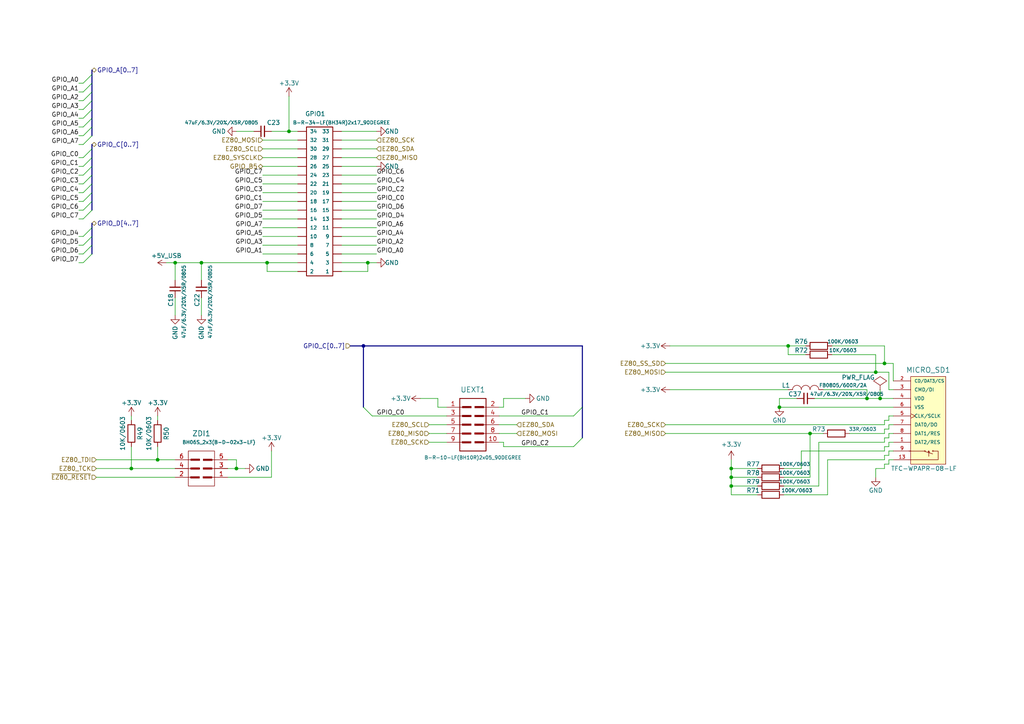
<source format=kicad_sch>
(kicad_sch (version 20250114) (generator "eeschema") (generator_version "9.0")
  (paper "A4")
  (lib_symbols
    (symbol "AgonLight2_Rev_B:+3.3V" (power) (pin_names (offset 0))
      (property "Value" "+3.3V" (at 0 3.556 0))
      (symbol "+3.3V_0_1"
        (polyline (pts (xy -0.762 1.27) (xy 0 2.54)))
        (polyline (pts (xy 0 2.54) (xy 0.762 1.27)))
        (polyline (pts (xy 0 0) (xy 0 2.54)))
      )
      (symbol "+3.3V_1_1"
        (pin power_in line (at 0 0 90) (length 0) (hide yes) (name "+3.3V") (number "1"))
      )
    )
    (symbol "AgonLight2_Rev_B:+5V" (power) (pin_names (offset 0))
      (property "Value" "+5V" (at 0 3.556 0))
      (symbol "+5V_0_1"
        (polyline (pts (xy -0.762 1.27) (xy 0 2.54)))
        (polyline (pts (xy 0 2.54) (xy 0.762 1.27)))
        (polyline (pts (xy 0 0) (xy 0 2.54)))
      )
      (symbol "+5V_1_1"
        (pin power_in line (at 0 0 90) (length 0) (hide yes) (name "+5V") (number "1"))
      )
    )
    (symbol "AgonLight2_Rev_B:BH06S" (pin_names (offset 1.016) (hide yes))
      (property "Reference" "CON" (at 0.0508 6.3754 0))
      (property "Value" "BH06S" (at 0 -6.35 0))
      (symbol "BH06S_0_0"
        (rectangle (start -3.0988 -2.286) (end -0.5334 -2.7432))
        (rectangle (start -3.0734 0.2286) (end -0.508 -0.2286))
        (rectangle (start -3.048 2.794) (end -0.4826 2.3368))
        (polyline (pts (xy -3.0226 -2.4384) (xy -0.5842 -2.4384) (xy -0.5842 -2.667) (xy -2.9972 -2.6924) (xy -3.0226 -2.5146) (xy -0.7112 -2.5146) (xy -0.7112 -2.5908) (xy -2.9972 -2.54)))
        (polyline (pts (xy -2.9718 0.127) (xy -0.5334 0.127) (xy -0.5334 -0.1016) (xy -2.9464 -0.127) (xy -2.9718 0.0508) (xy -0.6604 0.0508) (xy -0.6604 -0.0254) (xy -2.9464 0.0254)))
        (polyline (pts (xy -2.9464 2.6924) (xy -0.508 2.6924) (xy -0.508 2.4638) (xy -2.921 2.4384) (xy -2.9464 2.6162) (xy -0.635 2.6162) (xy -0.635 2.54) (xy -2.921 2.5908)))
        (rectangle (start 0.508 -2.3114) (end 3.0734 -2.7686))
        (rectangle (start 0.5334 0.2286) (end 3.0988 -0.2286))
        (rectangle (start 0.5588 2.794) (end 3.1242 2.3368))
        (polyline (pts (xy 0.5588 -2.4384) (xy 2.9972 -2.4384) (xy 2.9972 -2.667) (xy 0.5842 -2.6924) (xy 0.5588 -2.5146) (xy 2.8702 -2.5146) (xy 2.8702 -2.5908) (xy 0.5842 -2.54)))
        (polyline (pts (xy 0.5842 0.127) (xy 3.0226 0.127) (xy 3.0226 -0.1016) (xy 0.6096 -0.127) (xy 0.5842 0.0508) (xy 2.8956 0.0508) (xy 2.8956 -0.0254) (xy 0.6096 0.0254)))
        (polyline (pts (xy 0.6858 2.6924) (xy 3.1242 2.6924) (xy 3.1242 2.4638) (xy 0.7112 2.4384) (xy 0.6858 2.6162) (xy 2.9972 2.6162) (xy 2.9972 2.54) (xy 0.7112 2.5908)))
      )
      (symbol "BH06S_0_1"
        (rectangle (start -3.81 5.08) (end 3.81 -5.08))
        (polyline (pts (xy -3.81 2.54) (xy -3.048 2.54)))
        (polyline (pts (xy -3.81 0) (xy -3.048 0)))
        (polyline (pts (xy -3.81 -2.54) (xy -3.048 -2.54)))
        (polyline (pts (xy 3.81 2.54) (xy 3.048 2.54)))
        (polyline (pts (xy 3.81 0) (xy 3.048 0)))
        (polyline (pts (xy 3.81 -2.54) (xy 3.048 -2.54)))
      )
      (symbol "BH06S_1_1"
        (pin passive line (at -7.62 2.54 0) (length 3.7084) (name "1") (number "1"))
        (pin passive line (at -7.62 0 0) (length 3.7084) (name "3") (number "3"))
        (pin passive line (at -7.62 -2.54 0) (length 3.7084) (name "5") (number "5"))
        (pin passive line (at 7.62 2.54 180) (length 3.7084) (name "2") (number "2"))
        (pin passive line (at 7.62 0 180) (length 3.7084) (name "4") (number "4"))
        (pin passive line (at 7.62 -2.54 180) (length 3.7084) (name "6") (number "6"))
      )
    )
    (symbol "AgonLight2_Rev_B:BH10S" (pin_names (offset 1.016) (hide yes))
      (property "Reference" "CON" (at 0.0508 8.9154 0))
      (property "Value" "BH10S" (at 0.3048 -9.4234 0))
      (symbol "BH10S_0_0"
        (rectangle (start -3.1242 -2.3368) (end -0.5588 -2.794))
        (rectangle (start -3.1242 -4.8514) (end -0.5588 -5.3086))
        (rectangle (start -3.0988 0.254) (end -0.5334 -0.2032))
        (rectangle (start -3.0734 2.7686) (end -0.508 2.3114))
        (rectangle (start -3.048 5.334) (end -0.4826 4.8768))
        (polyline (pts (xy -3.0226 0.1016) (xy -0.5842 0.1016) (xy -0.5842 -0.127) (xy -2.9972 -0.1524) (xy -3.0226 0.0254) (xy -0.7112 0.0254) (xy -0.7112 -0.0508) (xy -2.9972 0)))
        (polyline (pts (xy -3.0226 -5.0038) (xy -0.5842 -5.0038) (xy -0.5842 -5.2324) (xy -2.9972 -5.2578) (xy -3.0226 -5.08) (xy -0.7112 -5.08) (xy -0.7112 -5.1562) (xy -2.9972 -5.1054)))
        (polyline (pts (xy -2.9972 -2.4638) (xy -0.5588 -2.4638) (xy -0.5588 -2.6924) (xy -2.9718 -2.7178) (xy -2.9972 -2.54) (xy -0.6858 -2.54) (xy -0.6858 -2.6162) (xy -2.9718 -2.5654)))
        (polyline (pts (xy -2.9718 2.667) (xy -0.5334 2.667) (xy -0.5334 2.4384) (xy -2.9464 2.413) (xy -2.9718 2.5908) (xy -0.6604 2.5908) (xy -0.6604 2.5146) (xy -2.9464 2.5654)))
        (polyline (pts (xy -2.9464 5.2324) (xy -0.508 5.2324) (xy -0.508 5.0038) (xy -2.921 4.9784) (xy -2.9464 5.1562) (xy -0.635 5.1562) (xy -0.635 5.08) (xy -2.921 5.1308)))
        (rectangle (start 0.508 0.2286) (end 3.0734 -0.2286))
        (rectangle (start 0.508 -2.3114) (end 3.0734 -2.7686))
        (rectangle (start 0.5334 2.7686) (end 3.0988 2.3114))
        (rectangle (start 0.5588 5.334) (end 3.1242 4.8768))
        (polyline (pts (xy 0.5588 0.1016) (xy 2.9972 0.1016) (xy 2.9972 -0.127) (xy 0.5842 -0.1524) (xy 0.5588 0.0254) (xy 2.8702 0.0254) (xy 2.8702 -0.0508) (xy 0.5842 0)))
        (rectangle (start 0.5588 -4.8514) (end 3.1242 -5.3086))
        (polyline (pts (xy 0.5842 2.667) (xy 3.0226 2.667) (xy 3.0226 2.4384) (xy 0.6096 2.413) (xy 0.5842 2.5908) (xy 2.8956 2.5908) (xy 2.8956 2.5146) (xy 0.6096 2.5654)))
        (polyline (pts (xy 0.5842 -2.4384) (xy 3.0226 -2.4384) (xy 3.0226 -2.667) (xy 0.6096 -2.6924) (xy 0.5842 -2.5146) (xy 2.8956 -2.5146) (xy 2.8956 -2.5908) (xy 0.6096 -2.54)))
        (polyline (pts (xy 0.635 -4.953) (xy 3.0734 -4.953) (xy 3.0734 -5.1816) (xy 0.6604 -5.207) (xy 0.635 -5.0292) (xy 2.9464 -5.0292) (xy 2.9464 -5.1054) (xy 0.6604 -5.0546)))
        (polyline (pts (xy 0.6858 5.2324) (xy 3.1242 5.2324) (xy 3.1242 5.0038) (xy 0.7112 4.9784) (xy 0.6858 5.1562) (xy 2.9972 5.1562) (xy 2.9972 5.08) (xy 0.7112 5.1308)))
      )
      (symbol "BH10S_0_1"
        (rectangle (start -3.81 7.62) (end 3.81 -7.62) (stroke (width 0.254)))
        (polyline (pts (xy -3.81 5.08) (xy -3.048 5.08)))
        (polyline (pts (xy -3.81 2.54) (xy -3.048 2.54)))
        (polyline (pts (xy -3.81 0) (xy -3.048 0)))
        (polyline (pts (xy -3.81 -2.54) (xy -3.048 -2.54)))
        (polyline (pts (xy -3.81 -5.08) (xy -3.048 -5.08)))
        (polyline (pts (xy 3.81 5.08) (xy 3.048 5.08)))
        (polyline (pts (xy 3.81 2.54) (xy 3.048 2.54)))
        (polyline (pts (xy 3.81 0) (xy 3.048 0)))
        (polyline (pts (xy 3.81 -2.54) (xy 3.048 -2.54)))
        (polyline (pts (xy 3.81 -5.08) (xy 3.048 -5.08)))
      )
      (symbol "BH10S_1_1"
        (pin passive line (at -7.62 5.08 0) (length 3.7084) (name "1") (number "1"))
        (pin passive line (at -7.62 2.54 0) (length 3.7084) (name "3") (number "3"))
        (pin passive line (at -7.62 0 0) (length 3.7084) (name "5") (number "5"))
        (pin passive line (at -7.62 -2.54 0) (length 3.7084) (name "7") (number "7"))
        (pin passive line (at -7.62 -5.08 0) (length 3.7084) (name "9") (number "9"))
        (pin passive line (at 7.62 5.08 180) (length 3.7084) (name "2") (number "2"))
        (pin passive line (at 7.62 2.54 180) (length 3.7084) (name "4") (number "4"))
        (pin passive line (at 7.62 0 180) (length 3.7084) (name "6") (number "6"))
        (pin passive line (at 7.62 -2.54 180) (length 3.7084) (name "8") (number "8"))
        (pin passive line (at 7.62 -5.08 180) (length 3.7084) (name "10") (number "10"))
      )
    )
    (symbol "AgonLight2_Rev_B:BH34S" (pin_numbers (hide yes)) (pin_names (offset 1.016))
      (property "Reference" "GPIO" (at -4.445 22.225 0))
      (property "Value" "BH34S" (at -4.445 -23.495 0))
      (symbol "BH34S_1_0"
        (rectangle (start 2.54 -21.59) (end -5.08 21.59) (stroke (width 0.254)))
      )
      (symbol "BH34S_1_1"
        (pin passive line (at -7.62 20.32 0) (length 2.4892) (name "1") (number "1"))
        (pin passive line (at -7.62 17.78 0) (length 2.4892) (name "3") (number "3"))
        (pin passive line (at -7.62 15.24 0) (length 2.4892) (name "5") (number "5"))
        (pin passive line (at -7.62 12.7 0) (length 2.4892) (name "7") (number "7"))
        (pin passive line (at -7.62 10.16 0) (length 2.4892) (name "9") (number "9"))
        (pin passive line (at -7.62 7.62 0) (length 2.4892) (name "11") (number "11"))
        (pin passive line (at -7.62 5.08 0) (length 2.4892) (name "13") (number "13"))
        (pin passive line (at -7.62 2.54 0) (length 2.4892) (name "15") (number "15"))
        (pin passive line (at -7.62 0 0) (length 2.4892) (name "17") (number "17"))
        (pin passive line (at -7.62 -2.54 0) (length 2.4892) (name "19") (number "19"))
        (pin passive line (at -7.62 -5.08 0) (length 2.4892) (name "21") (number "21"))
        (pin passive line (at -7.62 -7.62 0) (length 2.4892) (name "23") (number "23"))
        (pin passive line (at -7.62 -10.16 0) (length 2.4892) (name "25") (number "25"))
        (pin passive line (at -7.62 -12.7 0) (length 2.4892) (name "27") (number "27"))
        (pin passive line (at -7.62 -15.24 0) (length 2.4892) (name "29") (number "29"))
        (pin passive line (at -7.62 -17.78 0) (length 2.4892) (name "31") (number "31"))
        (pin passive line (at -7.62 -20.32 0) (length 2.4892) (name "33") (number "33"))
        (pin passive line (at 5.08 20.32 180) (length 2.4892) (name "2") (number "2"))
        (pin passive line (at 5.08 17.78 180) (length 2.4892) (name "4") (number "4"))
        (pin passive line (at 5.08 15.24 180) (length 2.4892) (name "6") (number "6"))
        (pin passive line (at 5.08 12.7 180) (length 2.4892) (name "8") (number "8"))
        (pin passive line (at 5.08 10.16 180) (length 2.4892) (name "10") (number "10"))
        (pin passive line (at 5.08 7.62 180) (length 2.4892) (name "12") (number "12"))
        (pin passive line (at 5.08 5.08 180) (length 2.4892) (name "14") (number "14"))
        (pin passive line (at 5.08 2.54 180) (length 2.4892) (name "16") (number "16"))
        (pin passive line (at 5.08 0 180) (length 2.4892) (name "18") (number "18"))
        (pin passive line (at 5.08 -2.54 180) (length 2.4892) (name "20") (number "20"))
        (pin passive line (at 5.08 -5.08 180) (length 2.4892) (name "22") (number "22"))
        (pin passive line (at 5.08 -7.62 180) (length 2.4892) (name "24") (number "24"))
        (pin passive line (at 5.08 -10.16 180) (length 2.4892) (name "26") (number "26"))
        (pin passive line (at 5.08 -12.7 180) (length 2.4892) (name "28") (number "28"))
        (pin passive line (at 5.08 -15.24 180) (length 2.4892) (name "30") (number "30"))
        (pin passive line (at 5.08 -17.78 180) (length 2.4892) (name "32") (number "32"))
        (pin passive line (at 5.08 -20.32 180) (length 2.4892) (name "34") (number "34"))
      )
    )
    (symbol "AgonLight2_Rev_B:C" (pin_numbers (hide yes)) (pin_names (offset 0.254) (hide yes))
      (property "Reference" "C" (at 0.254 1.778 0))
      (property "Value" "C" (at 0.254 -2.032 0))
      (symbol "C_0_1"
        (polyline (pts (xy -1.524 0.508) (xy 1.524 0.508)) (stroke (width 0.3048)))
        (polyline (pts (xy -1.524 -0.508) (xy 1.524 -0.508)) (stroke (width 0.3302)))
      )
      (symbol "C_1_1"
        (pin passive line (at 0 2.54 270) (length 1.905) (name "~") (number "1"))
        (pin passive line (at 0 -2.54 90) (length 2.032) (name "~") (number "2"))
      )
    )
    (symbol "AgonLight2_Rev_B:GND" (power) (pin_names (offset 0))
      (property "Value" "GND" (at 0 -3.81 0))
      (symbol "GND_0_1"
        (polyline (pts (xy 0 0) (xy 0 -1.27) (xy 1.27 -1.27) (xy 0 -2.54) (xy -1.27 -1.27) (xy 0 -1.27)))
      )
      (symbol "GND_1_1"
        (pin power_in line (at 0 0 270) (length 0) (hide yes) (name "GND") (number "1"))
      )
    )
    (symbol "AgonLight2_Rev_B:L" (pin_numbers (hide yes)) (pin_names (offset 0) (hide yes))
      (property "Reference" "L" (at -1.27 2.54 0))
      (property "Value" "L" (at -1.27 -1.27 0))
      (symbol "L_0_1"
        (arc (start -3.81 0) (mid -2.54 1.27) (end -1.27 0))
        (arc (start -1.27 0) (mid 0 1.27) (end 1.27 0))
        (arc (start 1.27 0) (mid 2.54 1.27) (end 3.81 0))
      )
      (symbol "L_1_1"
        (pin passive line (at -5.08 0 0) (length 1.27) (name "1") (number "1"))
        (pin passive line (at 5.08 0 180) (length 1.27) (name "2") (number "2"))
      )
    )
    (symbol "AgonLight2_Rev_B:MICRO_SD(TFC-WPAPR-08)" (pin_names (offset 1.016))
      (property "Reference" "MICRO_SD" (at 2.54 15.24 0))
      (property "Value" "MICRO_SD(TFC-WPAPR-08)" (at 0 -12.7 0))
      (symbol "MICRO_SD(TFC-WPAPR-08)_0_0"
        (rectangle (start -2.54 13.97) (end 7.62 -11.43) (fill (type background)))
        (polyline (pts (xy 2.6416 -7.5946) (xy 2.4638 -7.8994)))
        (polyline (pts (xy 2.667 -7.5438) (xy 2.921 -7.9756) (xy 2.8956 -7.9756)))
        (polyline (pts (xy 2.6924 -7.6962) (xy 2.6924 -9.1694)))
      )
      (symbol "MICRO_SD(TFC-WPAPR-08)_0_1"
        (polyline (pts (xy -3.1496 -10.16) (xy 5.4102 -10.16) (xy 5.4102 -7.6454) (xy 4.1402 -7.6454)))
        (polyline (pts (xy -3.048 -7.6454) (xy 1.2954 -7.6454)))
        (circle (center 1.5494 -7.6454) (radius 0.1524))
        (polyline (pts (xy 1.7018 -7.7978) (xy 3.81 -8.4582)))
        (circle (center 3.8862 -7.62) (radius 0.1524))
      )
      (symbol "MICRO_SD(TFC-WPAPR-08)_1_1"
        (pin bidirectional line (at -7.62 12.7 0) (length 5.08) (name "CD/DAT3/CS") (number "2"))
        (pin input line (at -7.62 10.16 0) (length 5.08) (name "CMD/DI") (number "3"))
        (pin power_in line (at -7.62 7.62 0) (length 5.08) (name "VDD") (number "4"))
        (pin power_in line (at -7.62 5.08 0) (length 5.08) (name "VSS") (number "6"))
        (pin input clock (at -7.62 2.54 0) (length 5.08) (name "CLK/SCLK") (number "5"))
        (pin bidirectional line (at -7.62 0 0) (length 5.08) (name "DAT0/DO") (number "7"))
        (pin bidirectional line (at -7.62 -2.54 0) (length 5.08) (name "DAT1/RES") (number "8"))
        (pin bidirectional line (at -7.62 -5.08 0) (length 5.08) (name "DAT2/RES") (number "1"))
        (pin passive line (at -7.62 -7.62 0) (length 5.08) (name "~") (number "9"))
        (pin passive line (at -7.62 -10.16 0) (length 5.08) (hide yes) (name "~") (number "10"))
        (pin passive line (at -7.62 -10.16 0) (length 5.08) (hide yes) (name "~") (number "11"))
        (pin passive line (at -7.62 -10.16 0) (length 5.08) (hide yes) (name "~") (number "12"))
        (pin passive line (at -7.62 -10.16 0) (length 5.08) (name "~") (number "13"))
      )
    )
    (symbol "AgonLight2_Rev_B:PWR_FLAG" (power) (pin_numbers (hide yes)) (pin_names (offset 0) (hide yes))
      (property "Value" "PWR_FLAG" (at 0 4.572 0))
      (symbol "PWR_FLAG_0_0"
        (pin power_out line (at 0 0 90) (length 0) (name "pwr") (number "1"))
      )
      (symbol "PWR_FLAG_0_1"
        (polyline (pts (xy 0 0) (xy 0 1.27) (xy -1.905 2.54) (xy 0 3.81) (xy 1.905 2.54) (xy 0 1.27)))
      )
    )
    (symbol "AgonLight2_Rev_B:R" (pin_numbers (hide yes)) (pin_names (offset 0))
      (property "Reference" "R" (at 0 2.032 0))
      (property "Value" "R" (at 0 0 0))
      (symbol "R_0_1"
        (rectangle (start 2.54 -1.016) (end -2.54 1.016) (stroke (width 0.254)))
      )
      (symbol "R_1_1"
        (pin passive line (at -3.81 0 0) (length 1.27) (name "~") (number "1"))
        (pin passive line (at 3.81 0 180) (length 1.27) (name "~") (number "2"))
      )
    )
  )
  (junction (at 228.6 100.33))
  (junction (at 212.09 138.43))
  (junction (at 83.82 38.1))
  (junction (at 105.41 100.33))
  (junction (at 68.58 135.89))
  (junction (at 45.72 133.35))
  (junction (at 106.68 76.2))
  (junction (at 50.8 76.2))
  (junction (at 212.09 135.89))
  (junction (at 251.46 115.57))
  (junction (at 38.1 135.89))
  (junction (at 226.06 118.11))
  (junction (at 212.09 140.97))
  (junction (at 255.27 115.57))
  (junction (at 256.54 105.41))
  (junction (at 77.47 76.2))
  (junction (at 58.42 76.2))
  (junction (at 254 107.95))
  (junction (at 234.95 125.73))
  (bus_entry (at 24.13 26.67) (size 2.54 -2.54))
  (bus_entry (at 24.13 36.83) (size 2.54 -2.54))
  (bus_entry (at 166.37 129.54) (size 2.54 -2.54))
  (bus_entry (at 24.13 39.37) (size 2.54 -2.54))
  (bus_entry (at 24.13 24.13) (size 2.54 -2.54))
  (bus_entry (at 24.13 73.66) (size 2.54 -2.54))
  (bus_entry (at 166.37 120.65) (size 2.54 -2.54))
  (bus_entry (at 24.13 76.2) (size 2.54 -2.54))
  (bus_entry (at 24.13 50.8) (size 2.54 -2.54))
  (bus_entry (at 24.13 31.75) (size 2.54 -2.54))
  (bus_entry (at 24.13 45.72) (size 2.54 -2.54))
  (bus_entry (at 24.13 29.21) (size 2.54 -2.54))
  (bus_entry (at 24.13 53.34) (size 2.54 -2.54))
  (bus_entry (at 24.13 55.88) (size 2.54 -2.54))
  (bus_entry (at 24.13 34.29) (size 2.54 -2.54))
  (bus_entry (at 105.41 118.11) (size 2.54 2.54))
  (bus_entry (at 24.13 58.42) (size 2.54 -2.54))
  (bus_entry (at 24.13 48.26) (size 2.54 -2.54))
  (bus_entry (at 24.13 63.5) (size 2.54 -2.54))
  (bus_entry (at 24.13 68.58) (size 2.54 -2.54))
  (bus_entry (at 24.13 60.96) (size 2.54 -2.54))
  (bus_entry (at 24.13 41.91) (size 2.54 -2.54))
  (bus_entry (at 24.13 71.12) (size 2.54 -2.54))
  (wire (pts (xy 124.46 128.27) (xy 129.54 128.27)))
  (wire (pts (xy 22.86 24.13) (xy 24.13 24.13)))
  (bus (pts (xy 26.67 43.18) (xy 26.67 45.72)))
  (wire (pts (xy 256.54 132.08) (xy 256.54 133.35)))
  (wire (pts (xy 251.46 113.03) (xy 251.46 115.57)))
  (wire (pts (xy 66.04 135.89) (xy 68.58 135.89)))
  (wire (pts (xy 45.72 121.92) (xy 45.72 120.65)))
  (wire (pts (xy 83.82 27.94) (xy 83.82 38.1)))
  (bus (pts (xy 26.67 58.42) (xy 26.67 60.96)))
  (wire (pts (xy 254 138.43) (xy 254 135.89)))
  (wire (pts (xy 227.33 138.43) (xy 234.95 138.43)))
  (wire (pts (xy 228.6 102.87) (xy 228.6 100.33)))
  (wire (pts (xy 99.06 76.2) (xy 106.68 76.2)))
  (wire (pts (xy 259.08 130.81) (xy 257.81 130.81)))
  (wire (pts (xy 255.27 113.03) (xy 255.27 115.57)))
  (wire (pts (xy 212.09 140.97) (xy 219.71 140.97)))
  (wire (pts (xy 259.08 123.19) (xy 257.81 123.19)))
  (wire (pts (xy 99.06 73.66) (xy 109.22 73.66)))
  (bus (pts (xy 26.67 45.72) (xy 26.67 48.26)))
  (wire (pts (xy 22.86 36.83) (xy 24.13 36.83)))
  (wire (pts (xy 227.33 135.89) (xy 232.41 135.89)))
  (wire (pts (xy 212.09 133.35) (xy 212.09 135.89)))
  (wire (pts (xy 22.86 31.75) (xy 24.13 31.75)))
  (wire (pts (xy 259.08 105.41) (xy 259.08 110.49)))
  (wire (pts (xy 233.68 102.87) (xy 228.6 102.87)))
  (wire (pts (xy 86.36 68.58) (xy 76.2 68.58)))
  (wire (pts (xy 48.26 76.2) (xy 50.8 76.2)))
  (bus (pts (xy 105.41 100.33) (xy 168.91 100.33)))
  (wire (pts (xy 259.08 120.65) (xy 257.81 120.65)))
  (wire (pts (xy 256.54 127) (xy 256.54 128.27)))
  (wire (pts (xy 86.36 71.12) (xy 76.2 71.12)))
  (wire (pts (xy 228.6 100.33) (xy 233.68 100.33)))
  (wire (pts (xy 246.38 125.73) (xy 256.54 125.73)))
  (wire (pts (xy 38.1 129.54) (xy 38.1 135.89)))
  (bus (pts (xy 26.67 71.12) (xy 26.67 73.66)))
  (wire (pts (xy 226.06 115.57) (xy 231.14 115.57)))
  (wire (pts (xy 86.36 50.8) (xy 76.2 50.8)))
  (bus (pts (xy 26.67 68.58) (xy 26.67 71.12)))
  (wire (pts (xy 58.42 76.2) (xy 77.47 76.2)))
  (wire (pts (xy 256.54 124.46) (xy 256.54 125.73)))
  (wire (pts (xy 257.81 125.73) (xy 257.81 127)))
  (wire (pts (xy 22.86 73.66) (xy 24.13 73.66)))
  (wire (pts (xy 227.33 143.51) (xy 240.03 143.51)))
  (wire (pts (xy 226.06 118.11) (xy 259.08 118.11)))
  (wire (pts (xy 78.74 138.43) (xy 78.74 130.81)))
  (wire (pts (xy 129.54 125.73) (xy 124.46 125.73)))
  (wire (pts (xy 27.94 135.89) (xy 38.1 135.89)))
  (wire (pts (xy 66.04 138.43) (xy 78.74 138.43)))
  (bus (pts (xy 168.91 100.33) (xy 168.91 118.11)))
  (wire (pts (xy 257.81 120.65) (xy 257.81 121.92)))
  (wire (pts (xy 146.05 115.57) (xy 152.4 115.57)))
  (wire (pts (xy 22.86 68.58) (xy 24.13 68.58)))
  (wire (pts (xy 257.81 121.92) (xy 256.54 121.92)))
  (wire (pts (xy 22.86 41.91) (xy 24.13 41.91)))
  (wire (pts (xy 99.06 40.64) (xy 109.22 40.64)))
  (wire (pts (xy 38.1 135.89) (xy 50.8 135.89)))
  (wire (pts (xy 86.36 63.5) (xy 76.2 63.5)))
  (wire (pts (xy 194.31 100.33) (xy 228.6 100.33)))
  (wire (pts (xy 256.54 129.54) (xy 256.54 130.81)))
  (wire (pts (xy 219.71 138.43) (xy 212.09 138.43)))
  (bus (pts (xy 26.67 36.83) (xy 26.67 34.29)))
  (wire (pts (xy 107.95 120.65) (xy 129.54 120.65)))
  (wire (pts (xy 237.49 128.27) (xy 256.54 128.27)))
  (wire (pts (xy 257.81 107.95) (xy 254 107.95)))
  (wire (pts (xy 257.81 123.19) (xy 257.81 124.46)))
  (wire (pts (xy 149.86 123.19) (xy 144.78 123.19)))
  (wire (pts (xy 257.81 128.27) (xy 257.81 129.54)))
  (wire (pts (xy 22.86 34.29) (xy 24.13 34.29)))
  (wire (pts (xy 77.47 78.74) (xy 77.47 76.2)))
  (wire (pts (xy 86.36 38.1) (xy 83.82 38.1)))
  (wire (pts (xy 50.8 81.28) (xy 50.8 76.2)))
  (wire (pts (xy 257.81 133.35) (xy 257.81 134.62)))
  (wire (pts (xy 254 135.89) (xy 256.54 135.89)))
  (wire (pts (xy 45.72 133.35) (xy 27.94 133.35)))
  (wire (pts (xy 259.08 133.35) (xy 257.81 133.35)))
  (wire (pts (xy 22.86 39.37) (xy 24.13 39.37)))
  (wire (pts (xy 241.3 102.87) (xy 254 102.87)))
  (wire (pts (xy 240.03 143.51) (xy 240.03 133.35)))
  (wire (pts (xy 68.58 135.89) (xy 71.12 135.89)))
  (wire (pts (xy 144.78 118.11) (xy 146.05 118.11)))
  (wire (pts (xy 234.95 138.43) (xy 234.95 125.73)))
  (wire (pts (xy 22.86 50.8) (xy 24.13 50.8)))
  (wire (pts (xy 38.1 121.92) (xy 38.1 120.65)))
  (wire (pts (xy 256.54 100.33) (xy 256.54 105.41)))
  (bus (pts (xy 26.67 34.29) (xy 26.67 31.75)))
  (wire (pts (xy 251.46 115.57) (xy 255.27 115.57)))
  (wire (pts (xy 27.94 138.43) (xy 50.8 138.43)))
  (wire (pts (xy 86.36 73.66) (xy 76.2 73.66)))
  (wire (pts (xy 86.36 48.26) (xy 76.2 48.26)))
  (wire (pts (xy 212.09 135.89) (xy 212.09 138.43)))
  (bus (pts (xy 26.67 26.67) (xy 26.67 24.13)))
  (wire (pts (xy 99.06 45.72) (xy 109.22 45.72)))
  (wire (pts (xy 259.08 128.27) (xy 257.81 128.27)))
  (wire (pts (xy 257.81 134.62) (xy 256.54 134.62)))
  (wire (pts (xy 99.06 50.8) (xy 109.22 50.8)))
  (wire (pts (xy 236.22 115.57) (xy 251.46 115.57)))
  (wire (pts (xy 146.05 129.54) (xy 166.37 129.54)))
  (wire (pts (xy 257.81 129.54) (xy 256.54 129.54)))
  (wire (pts (xy 257.81 132.08) (xy 256.54 132.08)))
  (wire (pts (xy 256.54 134.62) (xy 256.54 135.89)))
  (wire (pts (xy 99.06 58.42) (xy 109.22 58.42)))
  (bus (pts (xy 26.67 31.75) (xy 26.67 29.21)))
  (wire (pts (xy 127 115.57) (xy 121.92 115.57)))
  (bus (pts (xy 26.67 39.37) (xy 26.67 36.83)))
  (wire (pts (xy 127 115.57) (xy 127 118.11)))
  (bus (pts (xy 26.67 50.8) (xy 26.67 53.34)))
  (wire (pts (xy 86.36 55.88) (xy 76.2 55.88)))
  (wire (pts (xy 234.95 125.73) (xy 238.76 125.73)))
  (bus (pts (xy 26.67 24.13) (xy 26.67 21.59)))
  (wire (pts (xy 254 102.87) (xy 254 107.95)))
  (wire (pts (xy 212.09 143.51) (xy 219.71 143.51)))
  (wire (pts (xy 22.86 58.42) (xy 24.13 58.42)))
  (wire (pts (xy 99.06 63.5) (xy 109.22 63.5)))
  (wire (pts (xy 99.06 38.1) (xy 109.22 38.1)))
  (wire (pts (xy 86.36 76.2) (xy 77.47 76.2)))
  (wire (pts (xy 86.36 78.74) (xy 77.47 78.74)))
  (wire (pts (xy 83.82 38.1) (xy 78.74 38.1)))
  (wire (pts (xy 146.05 115.57) (xy 146.05 118.11)))
  (wire (pts (xy 193.04 123.19) (xy 256.54 123.19)))
  (wire (pts (xy 45.72 129.54) (xy 45.72 133.35)))
  (wire (pts (xy 22.86 48.26) (xy 24.13 48.26)))
  (bus (pts (xy 26.67 29.21) (xy 26.67 26.67)))
  (bus (pts (xy 101.6 100.33) (xy 105.41 100.33)))
  (wire (pts (xy 193.04 125.73) (xy 234.95 125.73)))
  (wire (pts (xy 73.66 38.1) (xy 68.58 38.1)))
  (wire (pts (xy 238.76 113.03) (xy 251.46 113.03)))
  (wire (pts (xy 257.81 130.81) (xy 257.81 132.08)))
  (wire (pts (xy 129.54 118.11) (xy 127 118.11)))
  (wire (pts (xy 193.04 105.41) (xy 256.54 105.41)))
  (wire (pts (xy 212.09 140.97) (xy 212.09 143.51)))
  (wire (pts (xy 50.8 91.44) (xy 50.8 86.36)))
  (wire (pts (xy 257.81 127) (xy 256.54 127)))
  (wire (pts (xy 58.42 76.2) (xy 50.8 76.2)))
  (wire (pts (xy 99.06 71.12) (xy 109.22 71.12)))
  (bus (pts (xy 26.67 64.77) (xy 26.67 66.04)))
  (bus (pts (xy 26.67 48.26) (xy 26.67 50.8)))
  (bus (pts (xy 26.67 53.34) (xy 26.67 55.88)))
  (wire (pts (xy 99.06 43.18) (xy 109.22 43.18)))
  (wire (pts (xy 257.81 113.03) (xy 259.08 113.03)))
  (wire (pts (xy 99.06 55.88) (xy 109.22 55.88)))
  (wire (pts (xy 226.06 118.11) (xy 226.06 115.57)))
  (wire (pts (xy 212.09 138.43) (xy 212.09 140.97)))
  (wire (pts (xy 144.78 120.65) (xy 166.37 120.65)))
  (wire (pts (xy 257.81 124.46) (xy 256.54 124.46)))
  (wire (pts (xy 109.22 60.96) (xy 99.06 60.96)))
  (wire (pts (xy 227.33 140.97) (xy 237.49 140.97)))
  (wire (pts (xy 241.3 100.33) (xy 256.54 100.33)))
  (bus (pts (xy 26.67 41.91) (xy 26.67 43.18)))
  (wire (pts (xy 66.04 133.35) (xy 68.58 133.35)))
  (bus (pts (xy 26.67 66.04) (xy 26.67 68.58)))
  (wire (pts (xy 256.54 121.92) (xy 256.54 123.19)))
  (wire (pts (xy 193.04 107.95) (xy 254 107.95)))
  (wire (pts (xy 22.86 53.34) (xy 24.13 53.34)))
  (wire (pts (xy 232.41 130.81) (xy 256.54 130.81)))
  (bus (pts (xy 26.67 55.88) (xy 26.67 58.42)))
  (wire (pts (xy 86.36 45.72) (xy 76.2 45.72)))
  (wire (pts (xy 259.08 125.73) (xy 257.81 125.73)))
  (wire (pts (xy 99.06 66.04) (xy 109.22 66.04)))
  (wire (pts (xy 22.86 29.21) (xy 24.13 29.21)))
  (wire (pts (xy 106.68 78.74) (xy 106.68 76.2)))
  (wire (pts (xy 76.2 53.34) (xy 86.36 53.34)))
  (wire (pts (xy 58.42 81.28) (xy 58.42 76.2)))
  (wire (pts (xy 212.09 135.89) (xy 219.71 135.89)))
  (wire (pts (xy 68.58 133.35) (xy 68.58 135.89)))
  (wire (pts (xy 99.06 53.34) (xy 109.22 53.34)))
  (wire (pts (xy 257.81 107.95) (xy 257.81 113.03)))
  (wire (pts (xy 58.42 86.36) (xy 58.42 91.44)))
  (wire (pts (xy 255.27 115.57) (xy 259.08 115.57)))
  (bus (pts (xy 105.41 100.33) (xy 105.41 118.11)))
  (bus (pts (xy 26.67 20.32) (xy 26.67 21.59)))
  (wire (pts (xy 22.86 45.72) (xy 24.13 45.72)))
  (wire (pts (xy 232.41 135.89) (xy 232.41 130.81)))
  (wire (pts (xy 86.36 43.18) (xy 76.2 43.18)))
  (wire (pts (xy 22.86 26.67) (xy 24.13 26.67)))
  (wire (pts (xy 22.86 63.5) (xy 24.13 63.5)))
  (wire (pts (xy 50.8 133.35) (xy 45.72 133.35)))
  (wire (pts (xy 124.46 123.19) (xy 129.54 123.19)))
  (wire (pts (xy 99.06 78.74) (xy 106.68 78.74)))
  (wire (pts (xy 86.36 58.42) (xy 76.2 58.42)))
  (wire (pts (xy 146.05 128.27) (xy 146.05 129.54)))
  (wire (pts (xy 240.03 133.35) (xy 256.54 133.35)))
  (wire (pts (xy 86.36 66.04) (xy 76.2 66.04)))
  (wire (pts (xy 86.36 40.64) (xy 76.2 40.64)))
  (wire (pts (xy 22.86 71.12) (xy 24.13 71.12)))
  (wire (pts (xy 144.78 125.73) (xy 149.86 125.73)))
  (bus (pts (xy 168.91 118.11) (xy 168.91 127)))
  (wire (pts (xy 22.86 55.88) (xy 24.13 55.88)))
  (wire (pts (xy 237.49 140.97) (xy 237.49 128.27)))
  (wire (pts (xy 144.78 128.27) (xy 146.05 128.27)))
  (wire (pts (xy 99.06 68.58) (xy 109.22 68.58)))
  (wire (pts (xy 99.06 48.26) (xy 109.22 48.26)))
  (wire (pts (xy 106.68 76.2) (xy 109.22 76.2)))
  (wire (pts (xy 22.86 76.2) (xy 24.13 76.2)))
  (wire (pts (xy 86.36 60.96) (xy 76.2 60.96)))
  (wire (pts (xy 259.08 105.41) (xy 256.54 105.41)))
  (wire (pts (xy 22.86 60.96) (xy 24.13 60.96)))
  (wire (pts (xy 194.31 113.03) (xy 228.6 113.03)))
  (label "GPIO_C0" (at 109.22 58.42 0))
  (label "GPIO_A7" (at 22.86 41.91 180))
  (label "GPIO_C4" (at 22.86 55.88 180))
  (label "GPIO_A2" (at 22.86 29.21 180))
  (label "GPIO_C7" (at 22.86 63.5 180))
  (label "GPIO_A1" (at 76.2 73.66 180))
  (label "GPIO_D5" (at 76.2 63.5 180))
  (label "GPIO_D5" (at 22.86 71.12 180))
  (label "GPIO_C7" (at 76.2 50.8 180))
  (label "GPIO_A3" (at 76.2 71.12 180))
  (label "GPIO_C4" (at 109.22 53.34 0))
  (label "GPIO_C0" (at 22.86 45.72 180))
  (label "GPIO_A1" (at 22.86 26.67 180))
  (label "GPIO_C0" (at 109.22 120.65 0))
  (label "GPIO_C3" (at 76.2 55.88 180))
  (label "GPIO_C6" (at 109.22 50.8 0))
  (label "GPIO_A7" (at 76.2 66.04 180))
  (label "GPIO_A6" (at 109.22 66.04 0))
  (label "GPIO_D4" (at 109.22 63.5 0))
  (label "GPIO_C1" (at 22.86 48.26 180))
  (label "GPIO_C6" (at 22.86 60.96 180))
  (label "GPIO_D7" (at 22.86 76.2 180))
  (label "GPIO_A6" (at 22.86 39.37 180))
  (label "GPIO_A4" (at 109.22 68.58 0))
  (label "GPIO_D6" (at 22.86 73.66 180))
  (label "GPIO_D6" (at 109.22 60.96 0))
  (label "GPIO_C1" (at 76.2 58.42 180))
  (label "GPIO_D4" (at 22.86 68.58 180))
  (label "GPIO_C2" (at 151.13 129.54 0))
  (label "GPIO_A5" (at 22.86 36.83 180))
  (label "GPIO_A2" (at 109.22 71.12 0))
  (label "GPIO_A0" (at 22.86 24.13 180))
  (label "GPIO_D7" (at 76.2 60.96 180))
  (label "GPIO_C2" (at 22.86 50.8 180))
  (label "GPIO_C5" (at 76.2 53.34 180))
  (label "GPIO_A0" (at 109.22 73.66 0))
  (label "GPIO_C3" (at 22.86 53.34 180))
  (label "GPIO_C2" (at 109.22 55.88 0))
  (label "GPIO_C1" (at 151.13 120.65 0))
  (label "GPIO_A5" (at 76.2 68.58 180))
  (label "GPIO_C5" (at 22.86 58.42 180))
  (label "GPIO_A4" (at 22.86 34.29 180))
  (label "GPIO_A3" (at 22.86 31.75 180))
  (hierarchical_label "EZ80_MISO" (shape input) (at 109.22 45.72 0))
  (hierarchical_label "EZ80_SCK" (shape input) (at 193.04 123.19 180))
  (hierarchical_label "EZ80_MISO" (shape input) (at 193.04 125.73 180))
  (hierarchical_label "EZ80_MOSI" (shape input) (at 76.2 40.64 180))
  (hierarchical_label "EZ80_SCK" (shape input) (at 124.46 128.27 180))
  (hierarchical_label "~{EZ80_RESET}" (shape input) (at 27.94 138.43 180))
  (hierarchical_label "GPIO_A[0..7]" (shape bidirectional) (at 26.67 20.32 0))
  (hierarchical_label "EZ80_SS_SD" (shape input) (at 193.04 105.41 180))
  (hierarchical_label "EZ80_SCL" (shape input) (at 76.2 43.18 180))
  (hierarchical_label "EZ80_SCK" (shape input) (at 109.22 40.64 0))
  (hierarchical_label "EZ80_MOSI" (shape input) (at 149.86 125.73 0))
  (hierarchical_label "EZ80_SDA" (shape input) (at 149.86 123.19 0))
  (hierarchical_label "EZ80_SYSCLK" (shape input) (at 76.2 45.72 180))
  (hierarchical_label "EZ80_TDI" (shape input) (at 27.94 133.35 180))
  (hierarchical_label "GPIO_C[0..7]" (shape bidirectional) (at 26.67 41.91 0))
  (hierarchical_label "GPIO_D[4..7]" (shape bidirectional) (at 26.67 64.77 0))
  (hierarchical_label "EZ80_SDA" (shape input) (at 109.22 43.18 0))
  (hierarchical_label "GPIO_B5" (shape bidirectional) (at 76.2 48.26 180))
  (hierarchical_label "EZ80_MISO" (shape input) (at 124.46 125.73 180))
  (hierarchical_label "GPIO_C[0..7]" (shape input) (at 101.6 100.33 180))
  (hierarchical_label "EZ80_MOSI" (shape input) (at 193.04 107.95 180))
  (hierarchical_label "EZ80_SCL" (shape input) (at 124.46 123.19 180))
  (hierarchical_label "EZ80_TCK" (shape input) (at 27.94 135.89 180))
  (symbol (lib_id "AgonLight2_Rev_B:R") (at 223.52 140.97 0) (mirror y) (unit 1)
    (property "Reference" "R79" (at 218.44 139.7 0))
    (property "Value" "100K/0603" (at 230.505 139.7 0) (effects (font (size 1.016 1.016))))
    (property "Footprint" "HexAgonFootprintsLibrary:R_0603_5MIL_DWS" (effects (hide yes)))
    (property "MfgNumber" "ESR03EZPJ104" (effects (hide yes)))
  )
  (symbol (lib_id "AgonLight2_Rev_B:R") (at 223.52 138.43 0) (mirror y) (unit 1)
    (property "Reference" "R78" (at 218.44 137.16 0))
    (property "Value" "100K/0603" (at 230.505 137.16 0) (effects (font (size 1.016 1.016))))
    (property "Footprint" "HexAgonFootprintsLibrary:R_0603_5MIL_DWS" (effects (hide yes)))
    (property "MfgNumber" "ESR03EZPJ104" (effects (hide yes)))
  )
  (symbol (lib_id "AgonLight2_Rev_B:+3.3V") (at 121.92 115.57 90) (unit 1)
    (property "Reference" "#PWR074" (effects (hide yes)))
    (property "Value" "+3.3V" (at 116.205 115.57 90))
  )
  (symbol (lib_id "AgonLight2_Rev_B:BH10S") (at 137.16 123.19 0) (unit 1)
    (property "Reference" "UEXT1" (at 137.16 113.03 0) (effects (font (size 1.524 1.524))))
    (property "Value" "B-R-10-LF(BH10R)2x05_90DEGREE" (at 137.16 132.715 0) (effects (font (size 1.016 1.016))))
    (property "Footprint" "HexAgonFootprintsLibrary:UEXT_BH10R" (effects (hide yes)))
    (property "MfgNumber" "90130-1110" (effects (hide yes)))
  )
  (symbol (lib_id "AgonLight2_Rev_B:PWR_FLAG") (at 255.27 113.03 0) (unit 1)
    (property "Reference" "#FLG05" (effects (hide yes)))
    (property "Value" "PWR_FLAG" (at 248.92 109.474 0))
  )
  (symbol (lib_id "AgonLight2_Rev_B:L") (at 233.68 113.03 0) (unit 1)
    (property "Reference" "L1" (at 227.965 111.76 0))
    (property "Value" "FB0805/600R/2A" (at 244.475 111.76 0) (effects (font (size 1.016 1.016))))
    (property "Footprint" "HexAgonFootprintsLibrary:L_0805_5MIL_DWS" (effects (hide yes)))
    (property "MfgNumber" "ILHB0805ER601V" (effects (hide yes)))
  )
  (symbol (lib_id "AgonLight2_Rev_B:GND") (at 71.12 135.89 90) (unit 1)
    (property "Reference" "#PWR017" (effects (hide yes)))
    (property "Value" "GND" (at 76.2 135.89 90))
  )
  (symbol (lib_id "AgonLight2_Rev_B:R") (at 237.49 102.87 0) (mirror y) (unit 1)
    (property "Reference" "R72" (at 232.41 101.6 0))
    (property "Value" "10K/0603" (at 244.475 101.6 0) (effects (font (size 1.016 1.016))))
    (property "Footprint" "HexAgonFootprintsLibrary:R_0603_5MIL_DWS" (effects (hide yes)))
    (property "MfgNumber" "ESR03EZPJ103" (effects (hide yes)))
  )
  (symbol (lib_id "AgonLight2_Rev_B:+3.3V") (at 78.74 130.81 0) (mirror y) (unit 1)
    (property "Reference" "#PWR031" (effects (hide yes)))
    (property "Value" "+3.3V" (at 78.74 127 0))
  )
  (symbol (lib_id "AgonLight2_Rev_B:GND") (at 109.22 76.2 90) (mirror x) (unit 1)
    (property "Reference" "#PWR0105" (effects (hide yes)))
    (property "Value" "GND" (at 113.665 76.2 90))
  )
  (symbol (lib_id "AgonLight2_Rev_B:R") (at 38.1 125.73 90) (unit 1)
    (property "Reference" "R49" (at 40.64 125.73 0))
    (property "Value" "10K/0603" (at 35.56 125.73 0))
    (property "Footprint" "HexAgonFootprintsLibrary:R_0603_5MIL_DWS" (effects (hide yes)))
    (property "MfgNumber" "ESR03EZPJ103" (effects (hide yes)))
  )
  (symbol (lib_id "AgonLight2_Rev_B:+3.3V") (at 212.09 133.35 0) (unit 1)
    (property "Reference" "#PWR064" (effects (hide yes)))
    (property "Value" "+3.3V" (at 212.09 128.905 0))
  )
  (symbol (lib_id "AgonLight2_Rev_B:R") (at 237.49 100.33 0) (mirror y) (unit 1)
    (property "Reference" "R76" (at 232.41 99.06 0))
    (property "Value" "100K/0603" (at 244.475 99.06 0) (effects (font (size 1.016 1.016))))
    (property "Footprint" "HexAgonFootprintsLibrary:R_0603_5MIL_DWS" (effects (hide yes)))
    (property "MfgNumber" "ESR03EZPJ104" (effects (hide yes)))
  )
  (symbol (lib_id "AgonLight2_Rev_B:GND") (at 109.22 48.26 90) (mirror x) (unit 1)
    (property "Reference" "#PWR0134" (effects (hide yes)))
    (property "Value" "GND" (at 113.665 48.26 90))
  )
  (symbol (lib_id "AgonLight2_Rev_B:GND") (at 152.4 115.57 90) (mirror x) (unit 1)
    (property "Reference" "#PWR075" (effects (hide yes)))
    (property "Value" "GND" (at 157.48 115.57 90))
  )
  (symbol (lib_id "AgonLight2_Rev_B:C") (at 233.68 115.57 270) (mirror x) (unit 1)
    (property "Reference" "C37" (at 228.6 114.3 90) (effects (justify left)))
    (property "Value" "47uF/6.3V/20%/X5R/0805" (at 234.95 114.3 90) (effects (font (size 1.016 1.016)) (justify left)))
    (property "Footprint" "HexAgonFootprintsLibrary:C_0805_5MIL_DWS" (effects (hide yes)))
    (property "MfgNumber" "GRM219R60J476ME44D" (effects (hide yes)))
  )
  (symbol (lib_id "AgonLight2_Rev_B:GND") (at 68.58 38.1 270) (mirror x) (unit 1)
    (property "Reference" "#PWR098" (effects (hide yes)))
    (property "Value" "GND" (at 63.5 38.1 90))
  )
  (symbol (lib_id "AgonLight2_Rev_B:GND") (at 58.42 91.44 0) (mirror y) (unit 1)
    (property "Reference" "#PWR093" (effects (hide yes)))
    (property "Value" "GND" (at 58.42 96.52 90))
  )
  (symbol (lib_id "AgonLight2_Rev_B:+3.3V") (at 83.82 27.94 0) (unit 1)
    (property "Reference" "#PWR0100" (effects (hide yes)))
    (property "Value" "+3.3V" (at 83.82 24.13 0))
  )
  (symbol (lib_id "AgonLight2_Rev_B:+5V") (at 48.26 76.2 90) (unit 1)
    (property "Reference" "#PWR018" (effects (hide yes)))
    (property "Value" "+5V_USB" (at 48.26 74.168 90))
  )
  (symbol (lib_id "AgonLight2_Rev_B:R") (at 223.52 143.51 0) (mirror y) (unit 1)
    (property "Reference" "R71" (at 218.44 142.24 0))
    (property "Value" "100K/0603" (at 231.14 142.24 0) (effects (font (size 1.016 1.016))))
    (property "Footprint" "HexAgonFootprintsLibrary:R_0603_5MIL_DWS" (effects (hide yes)))
    (property "MfgNumber" "ESR03EZPJ104" (effects (hide yes)))
  )
  (symbol (lib_id "AgonLight2_Rev_B:BH34S") (at 91.44 58.42 180) (unit 1)
    (property "Reference" "GPIO1" (at 91.44 33.02 0))
    (property "Value" "B-R-34-LF(BH34R)2x17_90DEGREE" (at 99.06 35.56 0) (effects (font (size 1.016 1.016))))
    (property "Footprint" "HexAgonFootprintsLibrary:BH34R" (effects (hide yes)))
    (property "MfgNumber" "90130-3134" (effects (hide yes)))
  )
  (symbol (lib_id "AgonLight2_Rev_B:C") (at 76.2 38.1 90) (mirror x) (unit 1)
    (property "Reference" "C23" (at 81.28 35.56 90) (effects (justify left)))
    (property "Value" "47uF/6.3V/20%/X5R/0805" (at 74.93 35.56 90) (effects (font (size 1.016 1.016)) (justify left)))
    (property "Footprint" "HexAgonFootprintsLibrary:C_0805_5MIL_DWS" (effects (hide yes)))
    (property "MfgNumber" "GRM219R60J476ME44D" (effects (hide yes)))
  )
  (symbol (lib_id "AgonLight2_Rev_B:GND") (at 109.22 38.1 90) (mirror x) (unit 1)
    (property "Reference" "#PWR0103" (effects (hide yes)))
    (property "Value" "GND" (at 113.665 38.1 90))
  )
  (symbol (lib_id "AgonLight2_Rev_B:+3.3V") (at 38.1 120.65 0) (mirror y) (unit 1)
    (property "Reference" "#PWR013" (effects (hide yes)))
    (property "Value" "+3.3V" (at 38.1 116.84 0))
  )
  (symbol (lib_id "AgonLight2_Rev_B:GND") (at 226.06 118.11 0) (mirror y) (unit 1)
    (property "Reference" "#PWR065" (effects (hide yes)))
    (property "Value" "GND" (at 226.06 121.92 0))
  )
  (symbol (lib_id "AgonLight2_Rev_B:+3.3V") (at 194.31 113.03 90) (unit 1)
    (property "Reference" "#PWR067" (effects (hide yes)))
    (property "Value" "+3.3V" (at 188.595 113.03 90))
  )
  (symbol (lib_id "AgonLight2_Rev_B:+3.3V") (at 45.72 120.65 0) (mirror y) (unit 1)
    (property "Reference" "#PWR015" (effects (hide yes)))
    (property "Value" "+3.3V" (at 45.72 116.84 0))
  )
  (symbol (lib_id "AgonLight2_Rev_B:C") (at 58.42 83.82 0) (mirror x) (unit 1)
    (property "Reference" "C22" (at 57.15 85.09 90) (effects (justify left)))
    (property "Value" "47uF/6.3V/20%/X5R/0805" (at 60.96 76.835 90) (effects (font (size 1.016 1.016)) (justify left)))
    (property "Footprint" "HexAgonFootprintsLibrary:C_0805_5MIL_DWS" (effects (hide yes)))
    (property "MfgNumber" "GRM219R60J476ME44D" (effects (hide yes)))
  )
  (symbol (lib_id "AgonLight2_Rev_B:R") (at 242.57 125.73 0) (mirror y) (unit 1)
    (property "Reference" "R73" (at 237.49 124.46 0))
    (property "Value" "33R/0603" (at 250.19 124.46 0) (effects (font (size 1.016 1.016))))
    (property "Footprint" "HexAgonFootprintsLibrary:R_0603_5MIL_DWS" (effects (hide yes)))
    (property "MfgNumber" "ESR03EZPJ330" (effects (hide yes)))
  )
  (symbol (lib_id "AgonLight2_Rev_B:MICRO_SD(TFC-WPAPR-08)") (at 266.7 123.19 0) (unit 1)
    (property "Reference" "MICRO_SD1" (at 269.24 107.315 0) (effects (font (size 1.524 1.524))))
    (property "Value" "TFC-WPAPR-08-LF" (at 267.97 135.89 0))
    (property "Footprint" "HexAgonFootprintsLibrary:TFC-WPAPR-08" (effects (hide yes)))
    (property "MfgNumber" "DM3D-SF(41)" (effects (hide yes)))
  )
  (symbol (lib_id "AgonLight2_Rev_B:R") (at 45.72 125.73 90) (unit 1)
    (property "Reference" "R50" (at 48.26 125.73 0))
    (property "Value" "10K/0603" (at 43.18 125.73 0))
    (property "Footprint" "HexAgonFootprintsLibrary:R_0603_5MIL_DWS" (effects (hide yes)))
    (property "MfgNumber" "ESR03EZPJ103" (effects (hide yes)))
  )
  (symbol (lib_id "AgonLight2_Rev_B:C") (at 50.8 83.82 0) (mirror x) (unit 1)
    (property "Reference" "C18" (at 49.53 85.09 90) (effects (justify left)))
    (property "Value" "47uF/6.3V/20%/X5R/0805" (at 53.34 76.835 90) (effects (font (size 1.016 1.016)) (justify left)))
    (property "Footprint" "HexAgonFootprintsLibrary:C_0805_5MIL_DWS" (effects (hide yes)))
    (property "MfgNumber" "GRM219R60J476ME44D" (effects (hide yes)))
  )
  (symbol (lib_id "AgonLight2_Rev_B:R") (at 223.52 135.89 0) (mirror y) (unit 1)
    (property "Reference" "R77" (at 218.44 134.62 0))
    (property "Value" "100K/0603" (at 230.505 134.62 0) (effects (font (size 1.016 1.016))))
    (property "Footprint" "HexAgonFootprintsLibrary:R_0603_5MIL_DWS" (effects (hide yes)))
    (property "MfgNumber" "ESR03EZPJ104" (effects (hide yes)))
  )
  (symbol (lib_id "AgonLight2_Rev_B:BH06S") (at 58.42 135.89 180) (unit 1)
    (property "Reference" "ZDI1" (at 58.42 125.73 0) (effects (font (size 1.524 1.524))))
    (property "Value" "BH06S_2x3(B-D-02x3-LF)" (at 63.5 128.27 0) (effects (font (size 1.016 1.016))))
    (property "Footprint" "HexAgonFootprintsLibrary:BH06S" (effects (hide yes)))
    (property "MfgNumber" "90130-1206" (effects (hide yes)))
  )
  (symbol (lib_id "AgonLight2_Rev_B:GND") (at 254 138.43 0) (mirror y) (unit 1)
    (property "Reference" "#PWR073" (effects (hide yes)))
    (property "Value" "GND" (at 254 142.24 0))
  )
  (symbol (lib_id "AgonLight2_Rev_B:+3.3V") (at 194.31 100.33 90) (unit 1)
    (property "Reference" "#PWR066" (effects (hide yes)))
    (property "Value" "+3.3V" (at 188.595 100.33 90))
  )
  (symbol (lib_id "AgonLight2_Rev_B:GND") (at 50.8 91.44 0) (mirror y) (unit 1)
    (property "Reference" "#PWR091" (effects (hide yes)))
    (property "Value" "GND" (at 50.8 96.52 90))
  )
)
</source>
